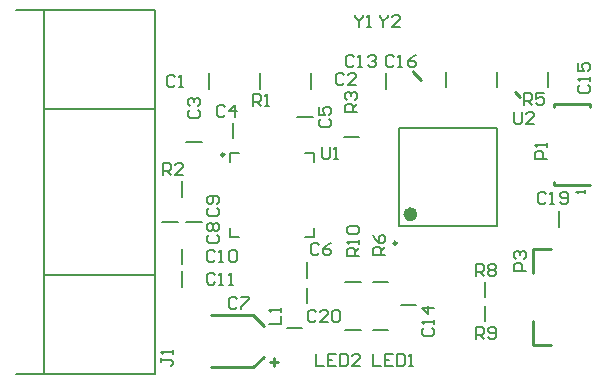
<source format=gto>
%FSLAX23Y23*%
%MOIN*%
G70*
G01*
G75*
G04 Layer_Color=65535*
%ADD10R,0.059X0.055*%
%ADD11R,0.100X0.060*%
%ADD12R,0.055X0.059*%
%ADD13R,0.071X0.075*%
%ADD14R,0.055X0.016*%
%ADD15O,0.083X0.010*%
%ADD16O,0.010X0.083*%
%ADD17R,0.217X0.079*%
%ADD18R,0.010X0.055*%
%ADD19R,0.055X0.010*%
%ADD20R,0.163X0.163*%
%ADD21C,0.010*%
%ADD22C,0.020*%
%ADD23C,0.015*%
%ADD24O,0.050X0.040*%
%ADD25R,0.050X0.040*%
%ADD26C,0.187*%
%ADD27R,0.067X0.067*%
%ADD28C,0.067*%
%ADD29C,0.030*%
%ADD30R,0.024X0.051*%
%ADD31R,0.024X0.043*%
%ADD32C,0.024*%
%ADD33C,0.010*%
%ADD34C,0.008*%
%ADD35C,0.008*%
%ADD36C,0.006*%
D21*
X1690Y962D02*
X1705Y947D01*
X1706D01*
X1349Y1031D02*
X1377Y1003D01*
X1349Y1031D02*
Y1032D01*
X675Y45D02*
X817D01*
X675Y218D02*
X817D01*
X852Y183D01*
X817Y45D02*
X852Y80D01*
X1748Y359D02*
Y441D01*
X1811D01*
X1748Y119D02*
X1811D01*
X1748D02*
Y201D01*
X1819Y654D02*
Y664D01*
X1940Y914D02*
Y924D01*
X1819Y914D02*
Y924D01*
Y654D02*
X1940D01*
X1819Y924D02*
X1940D01*
X885Y75D02*
Y49D01*
X898Y62D02*
X872D01*
D32*
X1353Y555D02*
G03*
X1353Y555I-12J0D01*
G01*
D33*
X1295Y459D02*
G03*
X1295Y459I-5J0D01*
G01*
X720Y754D02*
G03*
X720Y754I-5J0D01*
G01*
D34*
X1124Y331D02*
X1175D01*
X1124Y169D02*
X1175D01*
X670Y974D02*
Y1026D01*
X1010Y974D02*
Y1026D01*
X750Y809D02*
Y861D01*
X964Y880D02*
X1016D01*
X995Y344D02*
Y396D01*
X594Y530D02*
X646D01*
X514D02*
X566D01*
X580Y389D02*
Y441D01*
Y314D02*
Y366D01*
X1260Y974D02*
Y1026D01*
X1309Y252D02*
X1360D01*
X1800Y979D02*
Y1031D01*
X1460Y979D02*
Y1031D01*
X1835Y514D02*
Y566D01*
X995Y259D02*
Y311D01*
X929Y175D02*
X981D01*
X1215Y171D02*
X1266D01*
X840Y974D02*
Y1026D01*
X1118Y814D02*
X1170D01*
X1630Y979D02*
Y1031D01*
X1215Y331D02*
X1266D01*
X1590Y279D02*
Y331D01*
Y199D02*
Y251D01*
X1628Y516D02*
Y842D01*
X1302Y516D02*
Y842D01*
X1628D01*
X1302Y516D02*
X1628D01*
X740Y480D02*
X771D01*
X740D02*
Y511D01*
X989Y480D02*
X1020D01*
Y511D01*
Y729D02*
Y760D01*
X989D02*
X1020D01*
X740D02*
X771D01*
X740Y729D02*
Y760D01*
X118Y354D02*
X488D01*
X118Y906D02*
X488D01*
X488Y24D02*
Y1236D01*
X25Y24D02*
X488D01*
X25Y1236D02*
X488D01*
X118Y24D02*
Y1236D01*
X580Y614D02*
Y666D01*
X594Y795D02*
X646D01*
D35*
X1170Y415D02*
X1130D01*
Y435D01*
X1137Y442D01*
X1150D01*
X1157Y435D01*
Y415D01*
Y428D02*
X1170Y442D01*
Y455D02*
Y468D01*
Y462D01*
X1130D01*
X1137Y455D01*
Y488D02*
X1130Y495D01*
Y508D01*
X1137Y515D01*
X1163D01*
X1170Y508D01*
Y495D01*
X1163Y488D01*
X1137D01*
X1025Y89D02*
Y49D01*
X1052D01*
X1092Y89D02*
X1065D01*
Y49D01*
X1092D01*
X1065Y69D02*
X1078D01*
X1105Y89D02*
Y49D01*
X1125D01*
X1132Y56D01*
Y82D01*
X1125Y89D01*
X1105D01*
X1172Y49D02*
X1145D01*
X1172Y76D01*
Y82D01*
X1165Y89D01*
X1152D01*
X1145Y82D01*
X762Y273D02*
X755Y280D01*
X742D01*
X735Y273D01*
Y247D01*
X742Y240D01*
X755D01*
X762Y247D01*
X775Y280D02*
X802D01*
Y273D01*
X775Y247D01*
Y240D01*
X557Y1013D02*
X550Y1020D01*
X537D01*
X530Y1013D01*
Y987D01*
X537Y980D01*
X550D01*
X557Y987D01*
X570Y980D02*
X583D01*
X577D01*
Y1020D01*
X570Y1013D01*
X1121Y1018D02*
X1114Y1025D01*
X1101D01*
X1094Y1018D01*
Y992D01*
X1101Y985D01*
X1114D01*
X1121Y992D01*
X1161Y985D02*
X1134D01*
X1161Y1012D01*
Y1018D01*
X1154Y1025D01*
X1141D01*
X1134Y1018D01*
X722Y913D02*
X715Y920D01*
X702D01*
X695Y913D01*
Y887D01*
X702Y880D01*
X715D01*
X722Y887D01*
X755Y880D02*
Y920D01*
X735Y900D01*
X762D01*
X1042Y872D02*
X1035Y865D01*
Y852D01*
X1042Y845D01*
X1068D01*
X1075Y852D01*
Y865D01*
X1068Y872D01*
X1035Y912D02*
Y885D01*
X1055D01*
X1048Y898D01*
Y905D01*
X1055Y912D01*
X1068D01*
X1075Y905D01*
Y892D01*
X1068Y885D01*
X1037Y453D02*
X1030Y460D01*
X1017D01*
X1010Y453D01*
Y427D01*
X1017Y420D01*
X1030D01*
X1037Y427D01*
X1077Y460D02*
X1063Y453D01*
X1050Y440D01*
Y427D01*
X1057Y420D01*
X1070D01*
X1077Y427D01*
Y433D01*
X1070Y440D01*
X1050D01*
X669Y487D02*
X662Y480D01*
Y467D01*
X669Y460D01*
X696D01*
X702Y467D01*
Y480D01*
X696Y487D01*
X669Y500D02*
X662Y507D01*
Y520D01*
X669Y527D01*
X676D01*
X682Y520D01*
X689Y527D01*
X696D01*
X702Y520D01*
Y507D01*
X696Y500D01*
X689D01*
X682Y507D01*
X676Y500D01*
X669D01*
X682Y507D02*
Y520D01*
X669Y575D02*
X662Y568D01*
Y555D01*
X669Y548D01*
X695D01*
X702Y555D01*
Y568D01*
X695Y575D01*
Y588D02*
X702Y595D01*
Y608D01*
X695Y615D01*
X669D01*
X662Y608D01*
Y595D01*
X669Y588D01*
X675D01*
X682Y595D01*
Y615D01*
X690Y429D02*
X683Y436D01*
X670D01*
X663Y429D01*
Y403D01*
X670Y396D01*
X683D01*
X690Y403D01*
X703Y396D02*
X716D01*
X710D01*
Y436D01*
X703Y429D01*
X736D02*
X743Y436D01*
X756D01*
X763Y429D01*
Y403D01*
X756Y396D01*
X743D01*
X736Y403D01*
Y429D01*
X690Y354D02*
X683Y361D01*
X670D01*
X663Y354D01*
Y328D01*
X670Y321D01*
X683D01*
X690Y328D01*
X703Y321D02*
X716D01*
X710D01*
Y361D01*
X703Y354D01*
X736Y321D02*
X750D01*
X743D01*
Y361D01*
X736Y354D01*
X1152Y1078D02*
X1145Y1085D01*
X1132D01*
X1125Y1078D01*
Y1052D01*
X1132Y1045D01*
X1145D01*
X1152Y1052D01*
X1165Y1045D02*
X1178D01*
X1172D01*
Y1085D01*
X1165Y1078D01*
X1198D02*
X1205Y1085D01*
X1218D01*
X1225Y1078D01*
Y1072D01*
X1218Y1065D01*
X1212D01*
X1218D01*
X1225Y1058D01*
Y1052D01*
X1218Y1045D01*
X1205D01*
X1198Y1052D01*
X1387Y177D02*
X1380Y170D01*
Y157D01*
X1387Y150D01*
X1413D01*
X1420Y157D01*
Y170D01*
X1413Y177D01*
X1420Y190D02*
Y203D01*
Y197D01*
X1380D01*
X1387Y190D01*
X1420Y243D02*
X1380D01*
X1400Y223D01*
Y250D01*
X1907Y987D02*
X1900Y980D01*
Y967D01*
X1907Y960D01*
X1933D01*
X1940Y967D01*
Y980D01*
X1933Y987D01*
X1940Y1000D02*
Y1013D01*
Y1007D01*
X1900D01*
X1907Y1000D01*
X1900Y1060D02*
Y1033D01*
X1920D01*
X1913Y1047D01*
Y1053D01*
X1920Y1060D01*
X1933D01*
X1940Y1053D01*
Y1040D01*
X1933Y1033D01*
X1287Y1078D02*
X1280Y1085D01*
X1267D01*
X1260Y1078D01*
Y1052D01*
X1267Y1045D01*
X1280D01*
X1287Y1052D01*
X1300Y1045D02*
X1313D01*
X1307D01*
Y1085D01*
X1300Y1078D01*
X1360Y1085D02*
X1347Y1078D01*
X1333Y1065D01*
Y1052D01*
X1340Y1045D01*
X1353D01*
X1360Y1052D01*
Y1058D01*
X1353Y1065D01*
X1333D01*
X1792Y623D02*
X1785Y630D01*
X1772D01*
X1765Y623D01*
Y597D01*
X1772Y590D01*
X1785D01*
X1792Y597D01*
X1805Y590D02*
X1818D01*
X1812D01*
Y630D01*
X1805Y623D01*
X1838Y597D02*
X1845Y590D01*
X1858D01*
X1865Y597D01*
Y623D01*
X1858Y630D01*
X1845D01*
X1838Y623D01*
Y617D01*
X1845Y610D01*
X1865D01*
X1027Y228D02*
X1020Y235D01*
X1007D01*
X1000Y228D01*
Y202D01*
X1007Y195D01*
X1020D01*
X1027Y202D01*
X1067Y195D02*
X1040D01*
X1067Y222D01*
Y228D01*
X1060Y235D01*
X1047D01*
X1040Y228D01*
X1080D02*
X1087Y235D01*
X1100D01*
X1107Y228D01*
Y202D01*
X1100Y195D01*
X1087D01*
X1080Y202D01*
Y228D01*
X870Y190D02*
X910D01*
Y217D01*
Y230D02*
Y243D01*
Y237D01*
X870D01*
X877Y230D01*
X1215Y90D02*
Y50D01*
X1242D01*
X1282Y90D02*
X1255D01*
Y50D01*
X1282D01*
X1255Y70D02*
X1268D01*
X1295Y90D02*
Y50D01*
X1315D01*
X1322Y57D01*
Y83D01*
X1315Y90D01*
X1295D01*
X1335Y50D02*
X1348D01*
X1342D01*
Y90D01*
X1335Y83D01*
X1795Y740D02*
X1755D01*
Y760D01*
X1762Y767D01*
X1775D01*
X1782Y760D01*
Y740D01*
X1795Y780D02*
Y793D01*
Y787D01*
X1755D01*
X1762Y780D01*
X1725Y365D02*
X1685D01*
Y385D01*
X1692Y392D01*
X1705D01*
X1712Y385D01*
Y365D01*
X1692Y405D02*
X1685Y412D01*
Y425D01*
X1692Y432D01*
X1698D01*
X1705Y425D01*
Y418D01*
Y425D01*
X1712Y432D01*
X1718D01*
X1725Y425D01*
Y412D01*
X1718Y405D01*
X815Y915D02*
Y955D01*
X835D01*
X842Y948D01*
Y935D01*
X835Y928D01*
X815D01*
X828D02*
X842Y915D01*
X855D02*
X868D01*
X862D01*
Y955D01*
X855Y948D01*
X1162Y895D02*
X1122D01*
Y915D01*
X1129Y922D01*
X1142D01*
X1149Y915D01*
Y895D01*
Y908D02*
X1162Y922D01*
X1129Y935D02*
X1122Y942D01*
Y955D01*
X1129Y962D01*
X1135D01*
X1142Y955D01*
Y948D01*
Y955D01*
X1149Y962D01*
X1155D01*
X1162Y955D01*
Y942D01*
X1155Y935D01*
X1720Y920D02*
Y960D01*
X1740D01*
X1747Y953D01*
Y940D01*
X1740Y933D01*
X1720D01*
X1733D02*
X1747Y920D01*
X1787Y960D02*
X1760D01*
Y940D01*
X1773Y947D01*
X1780D01*
X1787Y940D01*
Y927D01*
X1780Y920D01*
X1767D01*
X1760Y927D01*
X1255Y420D02*
X1215D01*
Y440D01*
X1222Y447D01*
X1235D01*
X1242Y440D01*
Y420D01*
Y433D02*
X1255Y447D01*
X1215Y487D02*
X1222Y473D01*
X1235Y460D01*
X1248D01*
X1255Y467D01*
Y480D01*
X1248Y487D01*
X1242D01*
X1235Y480D01*
Y460D01*
X1560Y350D02*
Y390D01*
X1580D01*
X1587Y383D01*
Y370D01*
X1580Y363D01*
X1560D01*
X1573D02*
X1587Y350D01*
X1600Y383D02*
X1607Y390D01*
X1620D01*
X1627Y383D01*
Y377D01*
X1620Y370D01*
X1627Y363D01*
Y357D01*
X1620Y350D01*
X1607D01*
X1600Y357D01*
Y363D01*
X1607Y370D01*
X1600Y377D01*
Y383D01*
X1607Y370D02*
X1620D01*
X1560Y140D02*
Y180D01*
X1580D01*
X1587Y173D01*
Y160D01*
X1580Y153D01*
X1560D01*
X1573D02*
X1587Y140D01*
X1600Y147D02*
X1607Y140D01*
X1620D01*
X1627Y147D01*
Y173D01*
X1620Y180D01*
X1607D01*
X1600Y173D01*
Y167D01*
X1607Y160D01*
X1627D01*
X1685Y895D02*
Y862D01*
X1692Y855D01*
X1705D01*
X1712Y862D01*
Y895D01*
X1752Y855D02*
X1725D01*
X1752Y882D01*
Y888D01*
X1745Y895D01*
X1732D01*
X1725Y888D01*
X1155Y1220D02*
Y1213D01*
X1168Y1200D01*
X1182Y1213D01*
Y1220D01*
X1168Y1200D02*
Y1180D01*
X1195D02*
X1208D01*
X1202D01*
Y1220D01*
X1195Y1213D01*
X1238Y1220D02*
Y1213D01*
X1251Y1200D01*
X1265Y1213D01*
Y1220D01*
X1251Y1200D02*
Y1180D01*
X1305D02*
X1278D01*
X1305Y1207D01*
Y1213D01*
X1298Y1220D01*
X1285D01*
X1278Y1213D01*
X1045Y780D02*
Y747D01*
X1052Y740D01*
X1065D01*
X1072Y747D01*
Y780D01*
X1085Y740D02*
X1098D01*
X1092D01*
Y780D01*
X1085Y773D01*
X510Y77D02*
Y63D01*
Y70D01*
X543D01*
X550Y63D01*
Y57D01*
X543Y50D01*
X550Y90D02*
Y103D01*
Y97D01*
X510D01*
X517Y90D01*
X515Y685D02*
Y725D01*
X535D01*
X542Y718D01*
Y705D01*
X535Y698D01*
X515D01*
X528D02*
X542Y685D01*
X582D02*
X555D01*
X582Y712D01*
Y718D01*
X575Y725D01*
X562D01*
X555Y718D01*
X607Y904D02*
X600Y897D01*
Y884D01*
X607Y877D01*
X633D01*
X640Y884D01*
Y897D01*
X633Y904D01*
X607Y917D02*
X600Y924D01*
Y937D01*
X607Y944D01*
X613D01*
X620Y937D01*
Y930D01*
Y937D01*
X627Y944D01*
X633D01*
X640Y937D01*
Y924D01*
X633Y917D01*
D36*
X1924Y626D02*
Y636D01*
Y631D01*
X1894D01*
X1899Y626D01*
M02*

</source>
